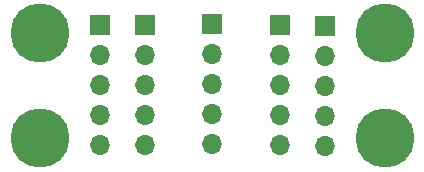
<source format=gbr>
%TF.GenerationSoftware,KiCad,Pcbnew,(5.1.12-1-10_14)*%
%TF.CreationDate,2021-12-01T15:33:27-08:00*%
%TF.ProjectId,i2c_header_x5,6932635f-6865-4616-9465-725f78352e6b,rev?*%
%TF.SameCoordinates,Original*%
%TF.FileFunction,Copper,L1,Top*%
%TF.FilePolarity,Positive*%
%FSLAX46Y46*%
G04 Gerber Fmt 4.6, Leading zero omitted, Abs format (unit mm)*
G04 Created by KiCad (PCBNEW (5.1.12-1-10_14)) date 2021-12-01 15:33:27*
%MOMM*%
%LPD*%
G01*
G04 APERTURE LIST*
%TA.AperFunction,ComponentPad*%
%ADD10O,1.700000X1.700000*%
%TD*%
%TA.AperFunction,ComponentPad*%
%ADD11R,1.700000X1.700000*%
%TD*%
%TA.AperFunction,ComponentPad*%
%ADD12C,5.000000*%
%TD*%
G04 APERTURE END LIST*
D10*
%TO.P,3V3,5*%
%TO.N,Net-(3V3-Pad1)*%
X165760400Y-103352600D03*
%TO.P,3V3,4*%
X165760400Y-100812600D03*
%TO.P,3V3,3*%
X165760400Y-98272600D03*
%TO.P,3V3,2*%
X165760400Y-95732600D03*
D11*
%TO.P,3V3,1*%
X165760400Y-93192600D03*
%TD*%
%TO.P,5V1,1*%
%TO.N,Net-(5V1-Pad1)*%
X156210000Y-93265001D03*
D10*
%TO.P,5V1,2*%
X156210000Y-95805001D03*
%TO.P,5V1,3*%
X156210000Y-98345001D03*
%TO.P,5V1,4*%
X156210000Y-100885001D03*
%TO.P,5V1,5*%
X156210000Y-103425001D03*
%TD*%
D11*
%TO.P,GND1,1*%
%TO.N,Net-(GND1-Pad1)*%
X175260000Y-93345000D03*
D10*
%TO.P,GND1,2*%
X175260000Y-95885000D03*
%TO.P,GND1,3*%
X175260000Y-98425000D03*
%TO.P,GND1,4*%
X175260000Y-100965000D03*
%TO.P,GND1,5*%
X175260000Y-103505000D03*
%TD*%
D11*
%TO.P,SCL1,1*%
%TO.N,Net-(R1-Pad1)*%
X160020000Y-93265001D03*
D10*
%TO.P,SCL1,2*%
X160020000Y-95805001D03*
%TO.P,SCL1,3*%
X160020000Y-98345001D03*
%TO.P,SCL1,4*%
X160020000Y-100885001D03*
%TO.P,SCL1,5*%
X160020000Y-103425001D03*
%TD*%
%TO.P,SDA1,5*%
%TO.N,Net-(R0-Pad1)*%
X171450000Y-103425001D03*
%TO.P,SDA1,4*%
X171450000Y-100885001D03*
%TO.P,SDA1,3*%
X171450000Y-98345001D03*
%TO.P,SDA1,2*%
X171450000Y-95805001D03*
D11*
%TO.P,SDA1,1*%
X171450000Y-93265001D03*
%TD*%
D12*
%TO.P,REF\u002A\u002A,1*%
%TO.N,N/C*%
X151130000Y-93980000D03*
%TD*%
%TO.P,REF\u002A\u002A,1*%
%TO.N,N/C*%
X151130000Y-102870000D03*
%TD*%
%TO.P,REF\u002A\u002A,1*%
%TO.N,N/C*%
X180340000Y-102870000D03*
%TD*%
%TO.P,REF\u002A\u002A,1*%
%TO.N,N/C*%
X180340000Y-93980000D03*
%TD*%
M02*

</source>
